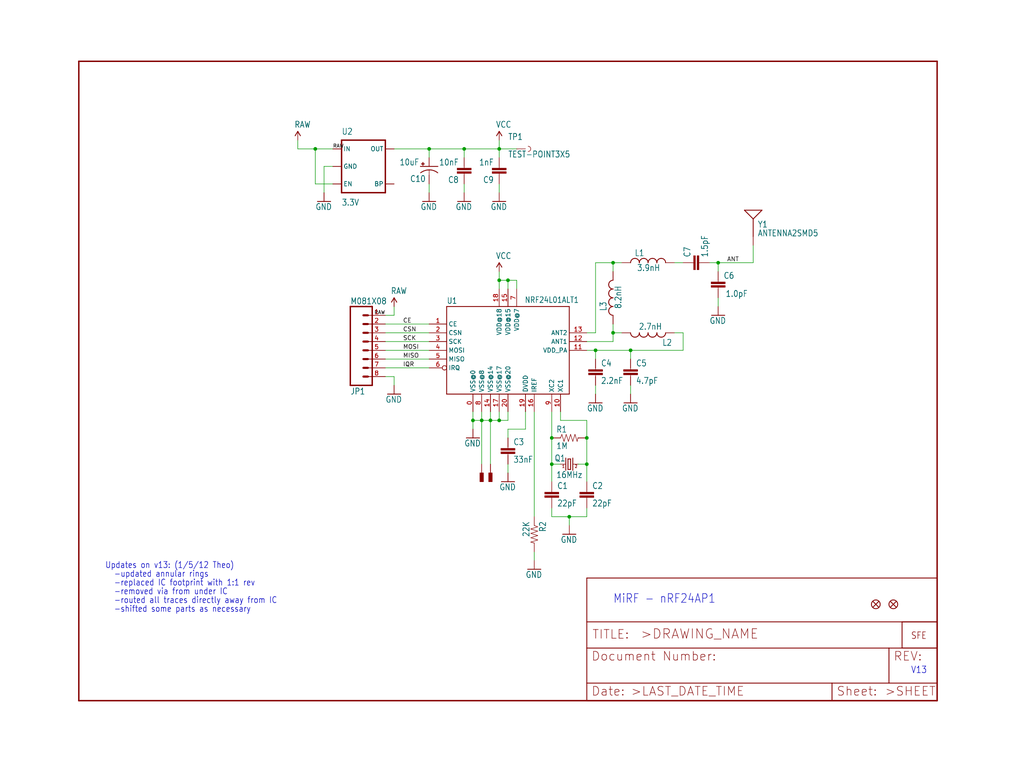
<source format=kicad_sch>
(kicad_sch (version 20211123) (generator eeschema)
  (paper "User" 297.002 223.926)
  (lib_symbols
    (symbol "eagleSchem-eagle-import:ANTENNA2SMD5"
      (property "Value" "ANTENNA2SMD5" (at 1.27 -2.54 0))
      (symbol "ANTENNA2SMD5_1_0"
        (polyline (pts (xy -2.54 5.08) (xy 2.54 5.08)) (stroke (width 0.254)))
        (polyline (pts (xy 0 2.54) (xy -2.54 5.08)) (stroke (width 0.254)))
        (polyline (pts (xy 0 2.54) (xy 0 -2.54)) (stroke (width 0.254)))
        (polyline (pts (xy 0 2.54) (xy 2.54 5.08)) (stroke (width 0.254)))
        (pin bidirectional line (at 0 -5.08 90) (length 2.54) (name "SIGNAL") (number "FEED"))
      )
    )
    (symbol "eagleSchem-eagle-import:CAP0402-CAP"
      (property "Reference" "C" (at 1.524 2.921 0))
      (property "Value" "CAP0402-CAP" (at 1.524 -2.159 0))
      (symbol "CAP0402-CAP_1_0"
        (rectangle (start -2.032 0.508) (end 2.032 1.016) (fill (type outline)))
        (rectangle (start -2.032 1.524) (end 2.032 2.032) (fill (type outline)))
        (polyline (pts (xy 0 0) (xy 0 0.508)) (stroke (width 0.1524)))
        (polyline (pts (xy 0 2.54) (xy 0 2.032)) (stroke (width 0.1524)))
        (pin passive line (at 0 5.08 270) (length 2.54) (name "1") (number "1"))
        (pin passive line (at 0 -2.54 90) (length 2.54) (name "2") (number "2"))
      )
    )
    (symbol "eagleSchem-eagle-import:CAP_POL1206"
      (property "Reference" "C" (at 1.016 0.635 0))
      (property "Value" "CAP_POL1206" (at 1.016 -4.191 0))
      (symbol "CAP_POL1206_1_0"
        (rectangle (start -2.253 0.668) (end -1.364 0.795) (fill (type outline)))
        (rectangle (start -1.872 0.287) (end -1.745 1.176) (fill (type outline)))
        (arc (start 0 -1.0161) (mid -1.3021 -1.2302) (end -2.4669 -1.8504) (stroke (width 0.254)))
        (polyline (pts (xy -2.54 0) (xy 2.54 0)) (stroke (width 0.254)))
        (polyline (pts (xy 0 -1.016) (xy 0 -2.54)) (stroke (width 0.1524)))
        (arc (start 2.4892 -1.8542) (mid 1.3158 -1.2195) (end 0 -1) (stroke (width 0.254)))
        (pin passive line (at 0 2.54 270) (length 2.54) (name "+") (number "A"))
        (pin passive line (at 0 -5.08 90) (length 2.54) (name "-") (number "C"))
      )
    )
    (symbol "eagleSchem-eagle-import:CRYSTAL5X3"
      (property "Reference" "Y" (at 2.54 1.016 0))
      (property "Value" "CRYSTAL5X3" (at 2.54 -2.54 0))
      (symbol "CRYSTAL5X3_1_0"
        (polyline (pts (xy -2.54 0) (xy -1.016 0)) (stroke (width 0.1524)))
        (polyline (pts (xy -1.016 1.778) (xy -1.016 -1.778)) (stroke (width 0.254)))
        (polyline (pts (xy -0.381 -1.524) (xy 0.381 -1.524)) (stroke (width 0.254)))
        (polyline (pts (xy -0.381 1.524) (xy -0.381 -1.524)) (stroke (width 0.254)))
        (polyline (pts (xy 0.381 -1.524) (xy 0.381 1.524)) (stroke (width 0.254)))
        (polyline (pts (xy 0.381 1.524) (xy -0.381 1.524)) (stroke (width 0.254)))
        (polyline (pts (xy 1.016 0) (xy 2.54 0)) (stroke (width 0.1524)))
        (polyline (pts (xy 1.016 1.778) (xy 1.016 -1.778)) (stroke (width 0.254)))
        (text "1" (at -2.159 -1.143 0) (effects (font (size 0.8636 0.734)) (justify left bottom)))
        (text "2" (at 1.524 -1.143 0) (effects (font (size 0.8636 0.734)) (justify left bottom)))
        (pin passive line (at -2.54 0 0) (length 0) (name "1") (number "1"))
        (pin passive line (at 2.54 0 180) (length 0) (name "2") (number "3"))
      )
    )
    (symbol "eagleSchem-eagle-import:FIDUCIALUFIDUCIAL"
      (symbol "FIDUCIALUFIDUCIAL_1_0"
        (polyline (pts (xy -0.762 0.762) (xy 0.762 -0.762)) (stroke (width 0.254)))
        (polyline (pts (xy 0.762 0.762) (xy -0.762 -0.762)) (stroke (width 0.254)))
        (circle (center 0 0) (radius 1.27) (stroke (width 0.254)))
      )
    )
    (symbol "eagleSchem-eagle-import:FRAME-LETTER"
      (symbol "FRAME-LETTER_1_0"
        (polyline (pts (xy 0 0) (xy 248.92 0)) (stroke (width 0.4064)))
        (polyline (pts (xy 0 185.42) (xy 0 0)) (stroke (width 0.4064)))
        (polyline (pts (xy 0 185.42) (xy 248.92 185.42)) (stroke (width 0.4064)))
        (polyline (pts (xy 248.92 185.42) (xy 248.92 0)) (stroke (width 0.4064)))
      )
      (symbol "FRAME-LETTER_2_0"
        (polyline (pts (xy 0 0) (xy 0 5.08)) (stroke (width 0.254)))
        (polyline (pts (xy 0 0) (xy 71.12 0)) (stroke (width 0.254)))
        (polyline (pts (xy 0 5.08) (xy 0 15.24)) (stroke (width 0.254)))
        (polyline (pts (xy 0 5.08) (xy 71.12 5.08)) (stroke (width 0.254)))
        (polyline (pts (xy 0 15.24) (xy 0 22.86)) (stroke (width 0.254)))
        (polyline (pts (xy 0 22.86) (xy 0 35.56)) (stroke (width 0.254)))
        (polyline (pts (xy 0 22.86) (xy 101.6 22.86)) (stroke (width 0.254)))
        (polyline (pts (xy 71.12 0) (xy 101.6 0)) (stroke (width 0.254)))
        (polyline (pts (xy 71.12 5.08) (xy 71.12 0)) (stroke (width 0.254)))
        (polyline (pts (xy 71.12 5.08) (xy 87.63 5.08)) (stroke (width 0.254)))
        (polyline (pts (xy 87.63 5.08) (xy 101.6 5.08)) (stroke (width 0.254)))
        (polyline (pts (xy 87.63 15.24) (xy 0 15.24)) (stroke (width 0.254)))
        (polyline (pts (xy 87.63 15.24) (xy 87.63 5.08)) (stroke (width 0.254)))
        (polyline (pts (xy 101.6 5.08) (xy 101.6 0)) (stroke (width 0.254)))
        (polyline (pts (xy 101.6 15.24) (xy 87.63 15.24)) (stroke (width 0.254)))
        (polyline (pts (xy 101.6 15.24) (xy 101.6 5.08)) (stroke (width 0.254)))
        (polyline (pts (xy 101.6 22.86) (xy 101.6 15.24)) (stroke (width 0.254)))
        (polyline (pts (xy 101.6 35.56) (xy 0 35.56)) (stroke (width 0.254)))
        (polyline (pts (xy 101.6 35.56) (xy 101.6 22.86)) (stroke (width 0.254)))
        (text ">DRAWING_NAME" (at 15.494 17.78 0) (effects (font (size 2.7432 2.7432)) (justify left bottom)))
        (text ">LAST_DATE_TIME" (at 12.7 1.27 0) (effects (font (size 2.54 2.54)) (justify left bottom)))
        (text ">SHEET" (at 86.36 1.27 0) (effects (font (size 2.54 2.54)) (justify left bottom)))
        (text "Date:" (at 1.27 1.27 0) (effects (font (size 2.54 2.54)) (justify left bottom)))
        (text "Document Number:" (at 1.27 11.43 0) (effects (font (size 2.54 2.54)) (justify left bottom)))
        (text "REV:" (at 88.9 11.43 0) (effects (font (size 2.54 2.54)) (justify left bottom)))
        (text "Sheet:" (at 72.39 1.27 0) (effects (font (size 2.54 2.54)) (justify left bottom)))
        (text "TITLE:" (at 1.524 17.78 0) (effects (font (size 2.54 2.54)) (justify left bottom)))
      )
    )
    (symbol "eagleSchem-eagle-import:GND" (power)
      (property "Value" "GND" (at -2.54 -2.54 0))
      (symbol "GND_1_0"
        (polyline (pts (xy -1.905 0) (xy 1.905 0)) (stroke (width 0.254)))
        (pin power_in line (at 0 2.54 270) (length 2.54) (name "GND") (number "1"))
      )
    )
    (symbol "eagleSchem-eagle-import:INDUCTOR0402"
      (property "Reference" "L" (at 2.54 5.08 0))
      (property "Value" "INDUCTOR0402" (at 2.54 -5.08 0))
      (symbol "INDUCTOR0402_1_0"
        (arc (start 0 -5.08) (mid 0.898 -4.708) (end 1.27 -3.81) (stroke (width 0.254)))
        (arc (start 0 -2.54) (mid 0.898 -2.168) (end 1.27 -1.27) (stroke (width 0.254)))
        (arc (start 0 0) (mid 0.898 0.372) (end 1.27 1.27) (stroke (width 0.254)))
        (arc (start 0 2.54) (mid 0.898 2.912) (end 1.27 3.81) (stroke (width 0.254)))
        (arc (start 1.27 -3.81) (mid 0.898 -2.912) (end 0 -2.54) (stroke (width 0.254)))
        (arc (start 1.27 -1.27) (mid 0.898 -0.372) (end 0 0) (stroke (width 0.254)))
        (arc (start 1.27 1.27) (mid 0.898 2.168) (end 0 2.54) (stroke (width 0.254)))
        (arc (start 1.27 3.81) (mid 0.898 4.708) (end 0 5.08) (stroke (width 0.254)))
        (pin passive line (at 0 7.62 270) (length 2.54) (name "1") (number "1"))
        (pin passive line (at 0 -7.62 90) (length 2.54) (name "2") (number "2"))
      )
    )
    (symbol "eagleSchem-eagle-import:LOGO-SFENEW"
      (symbol "LOGO-SFENEW_1_0"
        (polyline (pts (xy -2.54 -2.54) (xy 7.62 -2.54)) (stroke (width 0.254)))
        (polyline (pts (xy -2.54 5.08) (xy -2.54 -2.54)) (stroke (width 0.254)))
        (polyline (pts (xy 7.62 -2.54) (xy 7.62 5.08)) (stroke (width 0.254)))
        (polyline (pts (xy 7.62 5.08) (xy -2.54 5.08)) (stroke (width 0.254)))
        (text "SFE" (at 0 0 0) (effects (font (size 1.9304 1.6408)) (justify left bottom)))
      )
    )
    (symbol "eagleSchem-eagle-import:M081X08"
      (property "Reference" "JP" (at -5.08 13.462 0))
      (property "Value" "M081X08" (at -5.08 -12.7 0))
      (symbol "M081X08_1_0"
        (polyline (pts (xy -5.08 12.7) (xy -5.08 -10.16)) (stroke (width 0.4064)))
        (polyline (pts (xy -5.08 12.7) (xy 1.27 12.7)) (stroke (width 0.4064)))
        (polyline (pts (xy -1.27 -7.62) (xy 0 -7.62)) (stroke (width 0.6096)))
        (polyline (pts (xy -1.27 -5.08) (xy 0 -5.08)) (stroke (width 0.6096)))
        (polyline (pts (xy -1.27 -2.54) (xy 0 -2.54)) (stroke (width 0.6096)))
        (polyline (pts (xy -1.27 0) (xy 0 0)) (stroke (width 0.6096)))
        (polyline (pts (xy -1.27 2.54) (xy 0 2.54)) (stroke (width 0.6096)))
        (polyline (pts (xy -1.27 5.08) (xy 0 5.08)) (stroke (width 0.6096)))
        (polyline (pts (xy -1.27 7.62) (xy 0 7.62)) (stroke (width 0.6096)))
        (polyline (pts (xy -1.27 10.16) (xy 0 10.16)) (stroke (width 0.6096)))
        (polyline (pts (xy 1.27 -10.16) (xy -5.08 -10.16)) (stroke (width 0.4064)))
        (polyline (pts (xy 1.27 -10.16) (xy 1.27 12.7)) (stroke (width 0.4064)))
        (pin passive line (at 5.08 -7.62 180) (length 5.08) (name "1") (number "1"))
        (pin passive line (at 5.08 -5.08 180) (length 5.08) (name "2") (number "2"))
        (pin passive line (at 5.08 -2.54 180) (length 5.08) (name "3") (number "3"))
        (pin passive line (at 5.08 0 180) (length 5.08) (name "4") (number "4"))
        (pin passive line (at 5.08 2.54 180) (length 5.08) (name "5") (number "5"))
        (pin passive line (at 5.08 5.08 180) (length 5.08) (name "6") (number "6"))
        (pin passive line (at 5.08 7.62 180) (length 5.08) (name "7") (number "7"))
        (pin passive line (at 5.08 10.16 180) (length 5.08) (name "8") (number "8"))
      )
    )
    (symbol "eagleSchem-eagle-import:NRF24L01ALT1"
      (property "Value" "NRF24L01ALT1" (at 9.144 13.462 0))
      (symbol "NRF24L01ALT1_1_0"
        (polyline (pts (xy -17.78 -12.7) (xy -17.78 12.7)) (stroke (width 0.254)))
        (polyline (pts (xy -17.78 12.7) (xy 17.78 12.7)) (stroke (width 0.254)))
        (polyline (pts (xy 17.78 -12.7) (xy -17.78 -12.7)) (stroke (width 0.254)))
        (polyline (pts (xy 17.78 12.7) (xy 17.78 -12.7)) (stroke (width 0.254)))
        (pin power_in line (at -10.16 -17.78 90) (length 5.08) (name "VSS@0") (number "0"))
        (pin input line (at -22.86 7.62 0) (length 5.08) (name "CE") (number "1"))
        (pin input line (at 15.24 -17.78 90) (length 5.08) (name "XC1") (number "10"))
        (pin power_in line (at 22.86 0 180) (length 5.08) (name "VDD_PA") (number "11"))
        (pin output line (at 22.86 2.54 180) (length 5.08) (name "ANT1") (number "12"))
        (pin output line (at 22.86 5.08 180) (length 5.08) (name "ANT2") (number "13"))
        (pin power_in line (at -5.08 -17.78 90) (length 5.08) (name "VSS@14") (number "14"))
        (pin power_in line (at 0 17.78 270) (length 5.08) (name "VDD@15") (number "15"))
        (pin input line (at 7.62 -17.78 90) (length 5.08) (name "IREF") (number "16"))
        (pin power_in line (at -2.54 -17.78 90) (length 5.08) (name "VSS@17") (number "17"))
        (pin power_in line (at -2.54 17.78 270) (length 5.08) (name "VDD@18") (number "18"))
        (pin power_in line (at 5.08 -17.78 90) (length 5.08) (name "DVDD") (number "19"))
        (pin input line (at -22.86 5.08 0) (length 5.08) (name "CSN") (number "2"))
        (pin power_in line (at 0 -17.78 90) (length 5.08) (name "VSS@20") (number "20"))
        (pin input line (at -22.86 2.54 0) (length 5.08) (name "SCK") (number "3"))
        (pin input line (at -22.86 0 0) (length 5.08) (name "MOSI") (number "4"))
        (pin output line (at -22.86 -2.54 0) (length 5.08) (name "MISO") (number "5"))
        (pin output inverted (at -22.86 -5.08 0) (length 5.08) (name "IRQ") (number "6"))
        (pin power_in line (at 2.54 17.78 270) (length 5.08) (name "VDD@7") (number "7"))
        (pin power_in line (at -7.62 -17.78 90) (length 5.08) (name "VSS@8") (number "8"))
        (pin input line (at 12.7 -17.78 90) (length 5.08) (name "XC2") (number "9"))
      )
    )
    (symbol "eagleSchem-eagle-import:PAD"
      (symbol "PAD_1_0"
        (rectangle (start -2.54 -0.508) (end 0 0.508) (fill (type outline)))
        (pin bidirectional line (at -5.08 0 0) (length 2.54) (name "P$1") (number "P$1"))
      )
    )
    (symbol "eagleSchem-eagle-import:RESISTOR0402-RES"
      (property "Reference" "R" (at -3.81 1.4986 0))
      (property "Value" "RESISTOR0402-RES" (at -3.81 -3.302 0))
      (symbol "RESISTOR0402-RES_1_0"
        (polyline (pts (xy -2.54 0) (xy -2.159 1.016)) (stroke (width 0.1524)))
        (polyline (pts (xy -2.159 1.016) (xy -1.524 -1.016)) (stroke (width 0.1524)))
        (polyline (pts (xy -1.524 -1.016) (xy -0.889 1.016)) (stroke (width 0.1524)))
        (polyline (pts (xy -0.889 1.016) (xy -0.254 -1.016)) (stroke (width 0.1524)))
        (polyline (pts (xy -0.254 -1.016) (xy 0.381 1.016)) (stroke (width 0.1524)))
        (polyline (pts (xy 0.381 1.016) (xy 1.016 -1.016)) (stroke (width 0.1524)))
        (polyline (pts (xy 1.016 -1.016) (xy 1.651 1.016)) (stroke (width 0.1524)))
        (polyline (pts (xy 1.651 1.016) (xy 2.286 -1.016)) (stroke (width 0.1524)))
        (polyline (pts (xy 2.286 -1.016) (xy 2.54 0)) (stroke (width 0.1524)))
        (pin passive line (at -5.08 0 0) (length 2.54) (name "1") (number "1"))
        (pin passive line (at 5.08 0 180) (length 2.54) (name "2") (number "2"))
      )
    )
    (symbol "eagleSchem-eagle-import:TEST-POINT3X5"
      (property "Reference" "TP" (at -2.54 2.54 0))
      (property "Value" "TEST-POINT3X5" (at -2.54 -2.54 0))
      (symbol "TEST-POINT3X5_1_0"
        (polyline (pts (xy 2.54 0) (xy 0 0)) (stroke (width 0.1524)))
        (arc (start 3.302 -0.762) (mid 4.064 0) (end 3.302 0.762) (stroke (width 0.1524)))
        (pin bidirectional line (at 0 0 180) (length 0) (name "1") (number "P$1"))
      )
    )
    (symbol "eagleSchem-eagle-import:VCC" (power)
      (property "Value" "VCC" (at -1.016 3.556 0))
      (symbol "VCC_1_0"
        (polyline (pts (xy 0 2.54) (xy -0.762 1.27)) (stroke (width 0.254)))
        (polyline (pts (xy 0.762 1.27) (xy 0 2.54)) (stroke (width 0.254)))
        (pin power_in line (at 0 0 90) (length 2.54) (name "VCC") (number "1"))
      )
    )
    (symbol "eagleSchem-eagle-import:V_REG_LDOSMD"
      (property "Reference" "U" (at -7.62 9.144 0))
      (property "Value" "V_REG_LDOSMD" (at -7.62 -11.43 0))
      (symbol "V_REG_LDOSMD_1_0"
        (polyline (pts (xy -7.62 -7.62) (xy 5.08 -7.62)) (stroke (width 0.4064)))
        (polyline (pts (xy -7.62 7.62) (xy -7.62 -7.62)) (stroke (width 0.4064)))
        (polyline (pts (xy 5.08 -7.62) (xy 5.08 7.62)) (stroke (width 0.4064)))
        (polyline (pts (xy 5.08 7.62) (xy -7.62 7.62)) (stroke (width 0.4064)))
        (pin input line (at -10.16 5.08 0) (length 2.54) (name "IN") (number "1"))
        (pin input line (at -10.16 0 0) (length 2.54) (name "GND") (number "2"))
        (pin input line (at -10.16 -5.08 0) (length 2.54) (name "EN") (number "3"))
        (pin input line (at 7.62 -5.08 180) (length 2.54) (name "BP") (number "4"))
        (pin passive line (at 7.62 5.08 180) (length 2.54) (name "OUT") (number "5"))
      )
    )
  )
  (junction (at 170.18 127))
  (junction (at 147.32 81.28))
  (junction (at 144.78 43.18))
  (junction (at 144.78 81.28))
  (junction (at 177.8 76.2))
  (junction (at 134.62 43.18))
  (junction (at 124.46 43.18))
  (junction (at 137.16 121.92))
  (junction (at 160.02 127))
  (junction (at 165.1 149.86))
  (junction (at 142.24 121.92))
  (junction (at 172.72 101.6))
  (junction (at 160.02 134.62))
  (junction (at 208.28 76.2))
  (junction (at 139.7 121.92))
  (junction (at 170.18 134.62))
  (junction (at 177.8 96.52))
  (junction (at 91.44 43.18))
  (junction (at 182.88 101.6))
  (junction (at 144.78 121.92))
  (wire (pts (xy 160.02 149.86) (xy 160.02 147.32)))
  (wire (pts (xy 147.32 127) (xy 147.32 124.46)))
  (wire (pts (xy 144.78 83.82) (xy 144.78 81.28)))
  (wire (pts (xy 170.18 134.62) (xy 170.18 139.7)))
  (wire (pts (xy 114.3 43.18) (xy 124.46 43.18)))
  (wire (pts (xy 208.28 76.2) (xy 218.44 76.2)))
  (wire (pts (xy 180.34 96.52) (xy 177.8 96.52)))
  (wire (pts (xy 170.18 149.86) (xy 165.1 149.86)))
  (wire (pts (xy 124.46 104.14) (xy 111.76 104.14)))
  (wire (pts (xy 124.46 96.52) (xy 111.76 96.52)))
  (wire (pts (xy 142.24 119.38) (xy 142.24 121.92)))
  (wire (pts (xy 162.56 119.38) (xy 162.56 121.92)))
  (wire (pts (xy 142.24 134.62) (xy 142.24 121.92)))
  (wire (pts (xy 139.7 119.38) (xy 139.7 121.92)))
  (wire (pts (xy 149.86 43.18) (xy 144.78 43.18)))
  (wire (pts (xy 152.4 124.46) (xy 152.4 119.38)))
  (wire (pts (xy 147.32 124.46) (xy 152.4 124.46)))
  (wire (pts (xy 134.62 43.18) (xy 134.62 45.72)))
  (wire (pts (xy 96.52 53.34) (xy 91.44 53.34)))
  (wire (pts (xy 114.3 109.22) (xy 114.3 111.76)))
  (wire (pts (xy 170.18 147.32) (xy 170.18 149.86)))
  (wire (pts (xy 160.02 119.38) (xy 160.02 127)))
  (wire (pts (xy 154.94 119.38) (xy 154.94 149.86)))
  (wire (pts (xy 144.78 40.64) (xy 144.78 43.18)))
  (wire (pts (xy 96.52 48.26) (xy 93.98 48.26)))
  (wire (pts (xy 144.78 81.28) (xy 144.78 78.74)))
  (wire (pts (xy 137.16 119.38) (xy 137.16 121.92)))
  (wire (pts (xy 147.32 81.28) (xy 149.86 81.28)))
  (wire (pts (xy 208.28 78.74) (xy 208.28 76.2)))
  (wire (pts (xy 149.86 81.28) (xy 149.86 83.82)))
  (wire (pts (xy 144.78 55.88) (xy 144.78 53.34)))
  (wire (pts (xy 124.46 101.6) (xy 111.76 101.6)))
  (wire (pts (xy 147.32 81.28) (xy 144.78 81.28)))
  (wire (pts (xy 91.44 53.34) (xy 91.44 43.18)))
  (wire (pts (xy 172.72 96.52) (xy 172.72 76.2)))
  (wire (pts (xy 165.1 149.86) (xy 160.02 149.86)))
  (wire (pts (xy 170.18 101.6) (xy 172.72 101.6)))
  (wire (pts (xy 124.46 43.18) (xy 134.62 43.18)))
  (wire (pts (xy 170.18 121.92) (xy 170.18 127)))
  (wire (pts (xy 139.7 121.92) (xy 137.16 121.92)))
  (wire (pts (xy 172.72 101.6) (xy 182.88 101.6)))
  (wire (pts (xy 177.8 96.52) (xy 177.8 93.98)))
  (wire (pts (xy 172.72 104.14) (xy 172.72 101.6)))
  (wire (pts (xy 124.46 93.98) (xy 111.76 93.98)))
  (wire (pts (xy 124.46 45.72) (xy 124.46 43.18)))
  (wire (pts (xy 114.3 91.44) (xy 114.3 88.9)))
  (wire (pts (xy 124.46 99.06) (xy 111.76 99.06)))
  (wire (pts (xy 218.44 76.2) (xy 218.44 71.12)))
  (wire (pts (xy 147.32 83.82) (xy 147.32 81.28)))
  (wire (pts (xy 139.7 134.62) (xy 139.7 121.92)))
  (wire (pts (xy 182.88 104.14) (xy 182.88 101.6)))
  (wire (pts (xy 147.32 137.16) (xy 147.32 134.62)))
  (wire (pts (xy 177.8 99.06) (xy 177.8 96.52)))
  (wire (pts (xy 111.76 106.68) (xy 124.46 106.68)))
  (wire (pts (xy 134.62 43.18) (xy 144.78 43.18)))
  (wire (pts (xy 147.32 121.92) (xy 144.78 121.92)))
  (wire (pts (xy 111.76 109.22) (xy 114.3 109.22)))
  (wire (pts (xy 144.78 119.38) (xy 144.78 121.92)))
  (wire (pts (xy 160.02 127) (xy 160.02 134.62)))
  (wire (pts (xy 124.46 55.88) (xy 124.46 53.34)))
  (wire (pts (xy 165.1 149.86) (xy 165.1 152.4)))
  (wire (pts (xy 182.88 114.3) (xy 182.88 111.76)))
  (wire (pts (xy 93.98 48.26) (xy 93.98 55.88)))
  (wire (pts (xy 142.24 121.92) (xy 139.7 121.92)))
  (wire (pts (xy 170.18 134.62) (xy 167.64 134.62)))
  (wire (pts (xy 195.58 76.2) (xy 198.12 76.2)))
  (wire (pts (xy 172.72 114.3) (xy 172.72 111.76)))
  (wire (pts (xy 86.36 43.18) (xy 86.36 40.64)))
  (wire (pts (xy 147.32 119.38) (xy 147.32 121.92)))
  (wire (pts (xy 208.28 88.9) (xy 208.28 86.36)))
  (wire (pts (xy 205.74 76.2) (xy 208.28 76.2)))
  (wire (pts (xy 170.18 99.06) (xy 177.8 99.06)))
  (wire (pts (xy 172.72 76.2) (xy 177.8 76.2)))
  (wire (pts (xy 144.78 43.18) (xy 144.78 45.72)))
  (wire (pts (xy 162.56 121.92) (xy 170.18 121.92)))
  (wire (pts (xy 177.8 76.2) (xy 180.34 76.2)))
  (wire (pts (xy 144.78 121.92) (xy 142.24 121.92)))
  (wire (pts (xy 154.94 162.56) (xy 154.94 160.02)))
  (wire (pts (xy 160.02 134.62) (xy 162.56 134.62)))
  (wire (pts (xy 134.62 55.88) (xy 134.62 53.34)))
  (wire (pts (xy 198.12 96.52) (xy 195.58 96.52)))
  (wire (pts (xy 160.02 134.62) (xy 160.02 139.7)))
  (wire (pts (xy 170.18 127) (xy 170.18 134.62)))
  (wire (pts (xy 91.44 43.18) (xy 86.36 43.18)))
  (wire (pts (xy 96.52 43.18) (xy 91.44 43.18)))
  (wire (pts (xy 198.12 101.6) (xy 198.12 96.52)))
  (wire (pts (xy 182.88 101.6) (xy 198.12 101.6)))
  (wire (pts (xy 111.76 91.44) (xy 114.3 91.44)))
  (wire (pts (xy 170.18 96.52) (xy 172.72 96.52)))
  (wire (pts (xy 177.8 78.74) (xy 177.8 76.2)))
  (wire (pts (xy 137.16 124.46) (xy 137.16 121.92)))
  (text "V13" (at 264.16 195.58 180) (effects (font (size 1.9304 1.6408)) (justify left bottom)))
  (text "-shifted some parts as necessary" (at 33.02 177.8 180) (effects (font (size 1.778 1.5113)) (justify left bottom)))
  (text "-routed all traces directly away from IC" (at 33.02 175.26 180) (effects (font (size 1.778 1.5113)) (justify left bottom)))
  (text "Updates on v13: (1/5/12 Theo)" (at 30.48 165.1 180) (effects (font (size 1.778 1.5113)) (justify left bottom)))
  (text "-updated annular rings" (at 33.02 167.64 180) (effects (font (size 1.778 1.5113)) (justify left bottom)))
  (text "-removed via from under IC" (at 33.02 172.72 180) (effects (font (size 1.778 1.5113)) (justify left bottom)))
  (text "-replaced IC footprint with 1:1 rev" (at 33.02 170.18 180) (effects (font (size 1.778 1.5113)) (justify left bottom)))
  (text "MiRF - nRF24AP1" (at 177.8 175.26 180) (effects (font (size 2.54 2.159)) (justify left bottom)))
  (label "MOSI" (at 116.84 101.6 0) (effects (font (size 1.2446 1.2446))))
  (label "RAW" (at 111.76 91.44 180) (effects (font (size 1.016 1.016))))
  (label "SCK" (at 116.84 99.06 0) (effects (font (size 1.2446 1.2446))))
  (label "CE" (at 116.84 93.98 0) (effects (font (size 1.2446 1.2446))))
  (label "ANT" (at 210.82 76.2 0) (effects (font (size 1.2446 1.2446))))
  (label "MISO" (at 116.84 104.14 0) (effects (font (size 1.2446 1.2446))))
  (label "CSN" (at 116.84 96.52 0) (effects (font (size 1.2446 1.2446))))
  (label "RAW" (at 96.52 43.18 0) (effects (font (size 1.016 1.016))))
  (label "IQR" (at 116.84 106.68 0) (effects (font (size 1.2446 1.2446))))
  (symbol (lib_id "eagleSchem-eagle-import:PAD") (at 142.24 139.7 270) (unit 1)
    (property "Reference" "U$4" (effects hide))
    (property "Value" "PAD" (effects hide))
    (property "Footprint" "eagleSchem:PAD-0.008" (effects hide))
  )
  (symbol (lib_id "eagleSchem-eagle-import:GND") (at 147.32 139.7 0) (unit 1)
    (property "Reference" "#GND3" (effects hide))
    (property "Value" "GND" (at 144.78 142.24 0) (effects (font (size 1.778 1.5113)) (justify left bottom)))
    (property "Footprint" "eagleSchem:" (effects hide))
  )
  (symbol (lib_id "eagleSchem-eagle-import:CAP0402-CAP") (at 147.32 132.08 0) (unit 1)
    (property "Reference" "C3" (at 148.844 129.159 0) (effects (font (size 1.778 1.5113)) (justify left bottom)))
    (property "Value" "33nF" (at 148.844 134.239 0) (effects (font (size 1.778 1.5113)) (justify left bottom)))
    (property "Footprint" "eagleSchem:0402-CAP" (effects hide))
  )
  (symbol (lib_id "eagleSchem-eagle-import:INDUCTOR0402") (at 177.8 86.36 180) (unit 1)
    (property "Reference" "L3" (at 173.99 87.376 90) (effects (font (size 1.778 1.5113)) (justify left bottom)))
    (property "Value" "8.2nH" (at 178.308 82.804 90) (effects (font (size 1.778 1.5113)) (justify left bottom)))
    (property "Footprint" "eagleSchem:C0402" (effects hide))
  )
  (symbol (lib_id "eagleSchem-eagle-import:PAD") (at 139.7 139.7 270) (unit 1)
    (property "Reference" "U$1" (effects hide))
    (property "Value" "PAD" (effects hide))
    (property "Footprint" "eagleSchem:PAD-0.008" (effects hide))
  )
  (symbol (lib_id "eagleSchem-eagle-import:CAP0402-CAP") (at 172.72 109.22 0) (unit 1)
    (property "Reference" "C4" (at 174.244 106.299 0) (effects (font (size 1.778 1.5113)) (justify left bottom)))
    (property "Value" "2.2nF" (at 174.244 111.379 0) (effects (font (size 1.778 1.5113)) (justify left bottom)))
    (property "Footprint" "eagleSchem:0402-CAP" (effects hide))
  )
  (symbol (lib_id "eagleSchem-eagle-import:GND") (at 182.88 116.84 0) (unit 1)
    (property "Reference" "#GND6" (effects hide))
    (property "Value" "GND" (at 180.34 119.38 0) (effects (font (size 1.778 1.5113)) (justify left bottom)))
    (property "Footprint" "eagleSchem:" (effects hide))
  )
  (symbol (lib_id "eagleSchem-eagle-import:CAP_POL1206") (at 124.46 48.26 0) (unit 1)
    (property "Reference" "C10" (at 118.872 52.832 0) (effects (font (size 1.778 1.5113)) (justify left bottom)))
    (property "Value" "10uF" (at 115.824 48.006 0) (effects (font (size 1.778 1.5113)) (justify left bottom)))
    (property "Footprint" "eagleSchem:EIA3216" (effects hide))
  )
  (symbol (lib_id "eagleSchem-eagle-import:GND") (at 137.16 127 0) (unit 1)
    (property "Reference" "#GND10" (effects hide))
    (property "Value" "GND" (at 134.62 129.54 0) (effects (font (size 1.778 1.5113)) (justify left bottom)))
    (property "Footprint" "eagleSchem:" (effects hide))
  )
  (symbol (lib_id "eagleSchem-eagle-import:V_REG_LDOSMD") (at 106.68 48.26 0) (unit 1)
    (property "Reference" "U2" (at 99.06 39.116 0) (effects (font (size 1.778 1.5113)) (justify left bottom)))
    (property "Value" "3.3V" (at 99.06 59.69 0) (effects (font (size 1.778 1.5113)) (justify left bottom)))
    (property "Footprint" "eagleSchem:SOT23-5" (effects hide))
  )
  (symbol (lib_id "eagleSchem-eagle-import:GND") (at 208.28 91.44 0) (unit 1)
    (property "Reference" "#GND7" (effects hide))
    (property "Value" "GND" (at 205.74 93.98 0) (effects (font (size 1.778 1.5113)) (justify left bottom)))
    (property "Footprint" "eagleSchem:" (effects hide))
  )
  (symbol (lib_id "eagleSchem-eagle-import:VCC") (at 144.78 40.64 0) (unit 1)
    (property "Reference" "#P+2" (effects hide))
    (property "Value" "VCC" (at 143.764 37.084 0) (effects (font (size 1.778 1.5113)) (justify left bottom)))
    (property "Footprint" "eagleSchem:" (effects hide))
  )
  (symbol (lib_id "eagleSchem-eagle-import:GND") (at 93.98 58.42 0) (unit 1)
    (property "Reference" "#GND11" (effects hide))
    (property "Value" "GND" (at 91.44 60.96 0) (effects (font (size 1.778 1.5113)) (justify left bottom)))
    (property "Footprint" "eagleSchem:" (effects hide))
  )
  (symbol (lib_id "eagleSchem-eagle-import:FIDUCIALUFIDUCIAL") (at 254 175.26 0) (unit 1)
    (property "Reference" "JP2" (effects hide))
    (property "Value" "FIDUCIALUFIDUCIAL" (effects hide))
    (property "Footprint" "eagleSchem:MICRO-FIDUCIAL" (effects hide))
  )
  (symbol (lib_id "eagleSchem-eagle-import:GND") (at 124.46 58.42 0) (unit 1)
    (property "Reference" "#GND12" (effects hide))
    (property "Value" "GND" (at 121.92 60.96 0) (effects (font (size 1.778 1.5113)) (justify left bottom)))
    (property "Footprint" "eagleSchem:" (effects hide))
  )
  (symbol (lib_id "eagleSchem-eagle-import:GND") (at 154.94 165.1 0) (unit 1)
    (property "Reference" "#GND2" (effects hide))
    (property "Value" "GND" (at 152.4 167.64 0) (effects (font (size 1.778 1.5113)) (justify left bottom)))
    (property "Footprint" "eagleSchem:" (effects hide))
  )
  (symbol (lib_id "eagleSchem-eagle-import:INDUCTOR0402") (at 187.96 76.2 90) (unit 1)
    (property "Reference" "L1" (at 186.944 72.39 90) (effects (font (size 1.778 1.5113)) (justify left bottom)))
    (property "Value" "3.9nH" (at 191.516 76.708 90) (effects (font (size 1.778 1.5113)) (justify left bottom)))
    (property "Footprint" "eagleSchem:C0402" (effects hide))
  )
  (symbol (lib_id "eagleSchem-eagle-import:CRYSTAL5X3") (at 165.1 134.62 0) (unit 1)
    (property "Reference" "Q1" (at 160.782 133.858 0) (effects (font (size 1.778 1.5113)) (justify left bottom)))
    (property "Value" "16MHz" (at 161.29 138.684 0) (effects (font (size 1.778 1.5113)) (justify left bottom)))
    (property "Footprint" "eagleSchem:CRYSTAL-SMD-5X3" (effects hide))
  )
  (symbol (lib_id "eagleSchem-eagle-import:GND") (at 172.72 116.84 0) (unit 1)
    (property "Reference" "#GND5" (effects hide))
    (property "Value" "GND" (at 170.18 119.38 0) (effects (font (size 1.778 1.5113)) (justify left bottom)))
    (property "Footprint" "eagleSchem:" (effects hide))
  )
  (symbol (lib_id "eagleSchem-eagle-import:CAP0402-CAP") (at 160.02 144.78 0) (unit 1)
    (property "Reference" "C1" (at 161.544 141.859 0) (effects (font (size 1.778 1.5113)) (justify left bottom)))
    (property "Value" "22pF" (at 161.544 146.939 0) (effects (font (size 1.778 1.5113)) (justify left bottom)))
    (property "Footprint" "eagleSchem:0402-CAP" (effects hide))
  )
  (symbol (lib_id "eagleSchem-eagle-import:VCC") (at 86.36 40.64 0) (unit 1)
    (property "Reference" "#P+5" (effects hide))
    (property "Value" "RAW" (at 85.344 37.084 0) (effects (font (size 1.778 1.5113)) (justify left bottom)))
    (property "Footprint" "eagleSchem:" (effects hide))
  )
  (symbol (lib_id "eagleSchem-eagle-import:TEST-POINT3X5") (at 149.86 43.18 0) (unit 1)
    (property "Reference" "TP1" (at 147.32 40.64 0) (effects (font (size 1.778 1.5113)) (justify left bottom)))
    (property "Value" "TEST-POINT3X5" (at 147.32 45.72 0) (effects (font (size 1.778 1.5113)) (justify left bottom)))
    (property "Footprint" "eagleSchem:PAD.03X.05" (effects hide))
  )
  (symbol (lib_id "eagleSchem-eagle-import:CAP0402-CAP") (at 203.2 76.2 90) (unit 1)
    (property "Reference" "C7" (at 200.279 74.676 0) (effects (font (size 1.778 1.5113)) (justify left bottom)))
    (property "Value" "1.5pF" (at 205.359 74.676 0) (effects (font (size 1.778 1.5113)) (justify left bottom)))
    (property "Footprint" "eagleSchem:0402-CAP" (effects hide))
  )
  (symbol (lib_id "eagleSchem-eagle-import:GND") (at 134.62 58.42 0) (unit 1)
    (property "Reference" "#GND9" (effects hide))
    (property "Value" "GND" (at 132.08 60.96 0) (effects (font (size 1.778 1.5113)) (justify left bottom)))
    (property "Footprint" "eagleSchem:" (effects hide))
  )
  (symbol (lib_id "eagleSchem-eagle-import:FRAME-LETTER") (at 170.18 203.2 0) (unit 2)
    (property "Reference" "#FRAME1" (effects hide))
    (property "Value" "FRAME-LETTER" (effects hide))
    (property "Footprint" "eagleSchem:" (effects hide))
  )
  (symbol (lib_id "eagleSchem-eagle-import:CAP0402-CAP") (at 170.18 144.78 0) (unit 1)
    (property "Reference" "C2" (at 171.704 141.859 0) (effects (font (size 1.778 1.5113)) (justify left bottom)))
    (property "Value" "22pF" (at 171.704 146.939 0) (effects (font (size 1.778 1.5113)) (justify left bottom)))
    (property "Footprint" "eagleSchem:0402-CAP" (effects hide))
  )
  (symbol (lib_id "eagleSchem-eagle-import:CAP0402-CAP") (at 182.88 109.22 0) (unit 1)
    (property "Reference" "C5" (at 184.404 106.299 0) (effects (font (size 1.778 1.5113)) (justify left bottom)))
    (property "Value" "4.7pF" (at 184.404 111.379 0) (effects (font (size 1.778 1.5113)) (justify left bottom)))
    (property "Footprint" "eagleSchem:0402-CAP" (effects hide))
  )
  (symbol (lib_id "eagleSchem-eagle-import:GND") (at 165.1 154.94 0) (unit 1)
    (property "Reference" "#GND1" (effects hide))
    (property "Value" "GND" (at 162.56 157.48 0) (effects (font (size 1.778 1.5113)) (justify left bottom)))
    (property "Footprint" "eagleSchem:" (effects hide))
  )
  (symbol (lib_id "eagleSchem-eagle-import:LOGO-SFENEW") (at 264.16 185.42 0) (unit 1)
    (property "Reference" "U$5" (effects hide))
    (property "Value" "LOGO-SFENEW" (effects hide))
    (property "Footprint" "eagleSchem:SFE-NEW-WEBLOGO" (effects hide))
  )
  (symbol (lib_id "eagleSchem-eagle-import:CAP0402-CAP") (at 208.28 81.28 180) (unit 1)
    (property "Reference" "C6" (at 209.804 80.899 0) (effects (font (size 1.778 1.5113)) (justify right top)))
    (property "Value" "1.0pF" (at 216.916 84.201 0) (effects (font (size 1.778 1.5113)) (justify left bottom)))
    (property "Footprint" "eagleSchem:0402-CAP" (effects hide))
  )
  (symbol (lib_id "eagleSchem-eagle-import:GND") (at 144.78 58.42 0) (unit 1)
    (property "Reference" "#GND8" (effects hide))
    (property "Value" "GND" (at 142.24 60.96 0) (effects (font (size 1.778 1.5113)) (justify left bottom)))
    (property "Footprint" "eagleSchem:" (effects hide))
  )
  (symbol (lib_id "eagleSchem-eagle-import:NRF24L01ALT1") (at 147.32 101.6 0) (unit 1)
    (property "Reference" "U1" (at 129.54 88.138 0) (effects (font (size 1.6764 1.4249)) (justify left bottom)))
    (property "Value" "NRF24L01ALT1" (at 152.146 87.884 0) (effects (font (size 1.6764 1.4249)) (justify left bottom)))
    (property "Footprint" "eagleSchem:QFN20_ALT1" (effects hide))
  )
  (symbol (lib_id "eagleSchem-eagle-import:RESISTOR0402-RES") (at 154.94 154.94 270) (unit 1)
    (property "Reference" "R2" (at 156.4386 151.13 0) (effects (font (size 1.778 1.5113)) (justify left bottom)))
    (property "Value" "22K" (at 151.638 151.13 0) (effects (font (size 1.778 1.5113)) (justify left bottom)))
    (property "Footprint" "eagleSchem:0402-RES" (effects hide))
  )
  (symbol (lib_id "eagleSchem-eagle-import:CAP0402-CAP") (at 134.62 48.26 180) (unit 1)
    (property "Reference" "C8" (at 133.096 51.181 0) (effects (font (size 1.778 1.5113)) (justify left bottom)))
    (property "Value" "10nF" (at 133.096 46.101 0) (effects (font (size 1.778 1.5113)) (justify left bottom)))
    (property "Footprint" "eagleSchem:0402-CAP" (effects hide))
  )
  (symbol (lib_id "eagleSchem-eagle-import:INDUCTOR0402") (at 187.96 96.52 270) (unit 1)
    (property "Reference" "L2" (at 192.024 100.33 90) (effects (font (size 1.778 1.5113)) (justify left bottom)))
    (property "Value" "2.7nH" (at 192.024 93.726 90) (effects (font (size 1.778 1.5113)) (justify right top)))
    (property "Footprint" "eagleSchem:C0402" (effects hide))
  )
  (symbol (lib_id "eagleSchem-eagle-import:FIDUCIALUFIDUCIAL") (at 259.08 175.26 0) (unit 1)
    (property "Reference" "JP3" (effects hide))
    (property "Value" "FIDUCIALUFIDUCIAL" (effects hide))
    (property "Footprint" "eagleSchem:MICRO-FIDUCIAL" (effects hide))
  )
  (symbol (lib_id "eagleSchem-eagle-import:RESISTOR0402-RES") (at 165.1 127 0) (unit 1)
    (property "Reference" "R1" (at 161.29 125.5014 0) (effects (font (size 1.778 1.5113)) (justify left bottom)))
    (property "Value" "1M" (at 161.29 130.302 0) (effects (font (size 1.778 1.5113)) (justify left bottom)))
    (property "Footprint" "eagleSchem:0402-RES" (effects hide))
  )
  (symbol (lib_id "eagleSchem-eagle-import:GND") (at 114.3 114.3 0) (unit 1)
    (property "Reference" "#GND4" (effects hide))
    (property "Value" "GND" (at 111.76 116.84 0) (effects (font (size 1.778 1.5113)) (justify left bottom)))
    (property "Footprint" "eagleSchem:" (effects hide))
  )
  (symbol (lib_id "eagleSchem-eagle-import:VCC") (at 144.78 78.74 0) (unit 1)
    (property "Reference" "#P+3" (effects hide))
    (property "Value" "VCC" (at 143.764 75.184 0) (effects (font (size 1.778 1.5113)) (justify left bottom)))
    (property "Footprint" "eagleSchem:" (effects hide))
  )
  (symbol (lib_id "eagleSchem-eagle-import:FRAME-LETTER") (at 22.86 203.2 0) (unit 1)
    (property "Reference" "#FRAME1" (effects hide))
    (property "Value" "FRAME-LETTER" (effects hide))
    (property "Footprint" "eagleSchem:" (effects hide))
  )
  (symbol (lib_id "eagleSchem-eagle-import:ANTENNA2SMD5") (at 218.44 66.04 0) (unit 1)
    (property "Reference" "Y1" (at 219.71 66.04 0) (effects (font (size 1.778 1.5113)) (justify left bottom)))
    (property "Value" "ANTENNA2SMD5" (at 219.71 68.58 0) (effects (font (size 1.778 1.5113)) (justify left bottom)))
    (property "Footprint" "eagleSchem:ANTENNA-CHIP5" (effects hide))
  )
  (symbol (lib_id "eagleSchem-eagle-import:CAP0402-CAP") (at 144.78 48.26 180) (unit 1)
    (property "Reference" "C9" (at 143.256 51.181 0) (effects (font (size 1.778 1.5113)) (justify left bottom)))
    (property "Value" "1nF" (at 143.256 46.101 0) (effects (font (size 1.778 1.5113)) (justify left bottom)))
    (property "Footprint" "eagleSchem:0402-CAP" (effects hide))
  )
  (symbol (lib_id "eagleSchem-eagle-import:VCC") (at 114.3 88.9 0) (unit 1)
    (property "Reference" "#P+6" (effects hide))
    (property "Value" "RAW" (at 113.284 85.344 0) (effects (font (size 1.778 1.5113)) (justify left bottom)))
    (property "Footprint" "eagleSchem:" (effects hide))
  )
  (symbol (lib_id "eagleSchem-eagle-import:M081X08") (at 106.68 99.06 0) (mirror x) (unit 1)
    (property "Reference" "JP1" (at 101.6 112.522 0) (effects (font (size 1.778 1.5113)) (justify left bottom)))
    (property "Value" "M081X08" (at 101.6 86.36 0) (effects (font (size 1.778 1.5113)) (justify left bottom)))
    (property "Footprint" "eagleSchem:1X08" (effects hide))
  )
)
</source>
